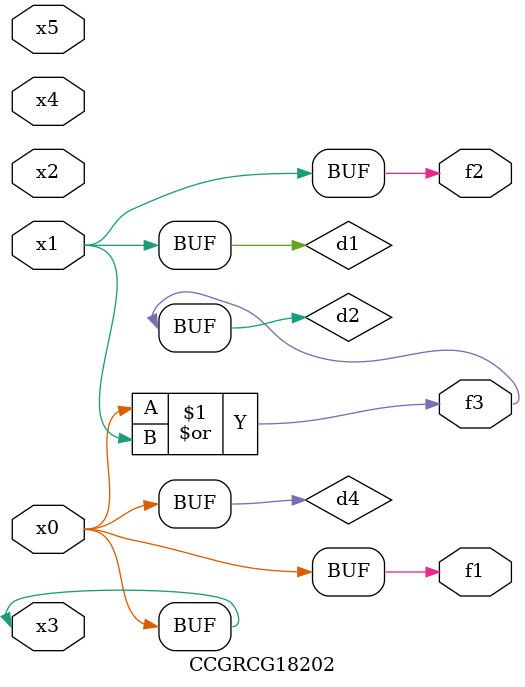
<source format=v>
module CCGRCG18202(
	input x0, x1, x2, x3, x4, x5,
	output f1, f2, f3
);

	wire d1, d2, d3, d4;

	and (d1, x1);
	or (d2, x0, x1);
	nand (d3, x0, x5);
	buf (d4, x0, x3);
	assign f1 = d4;
	assign f2 = d1;
	assign f3 = d2;
endmodule

</source>
